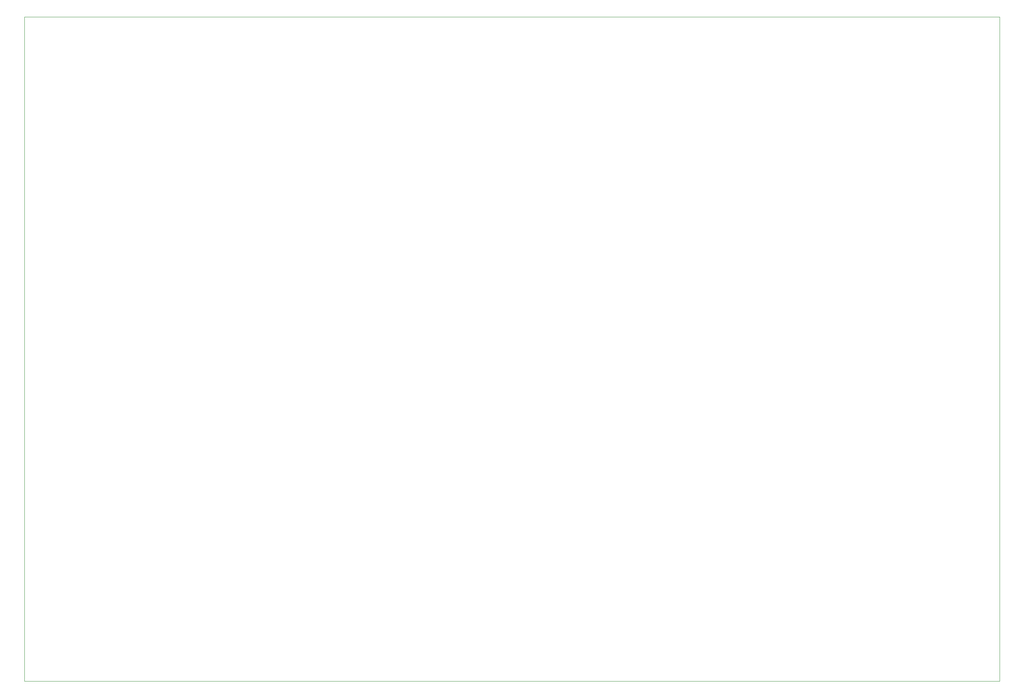
<source format=gbr>
%TF.GenerationSoftware,KiCad,Pcbnew,9.0.0*%
%TF.CreationDate,2025-05-15T12:51:00+02:00*%
%TF.ProjectId,board,626f6172-642e-46b6-9963-61645f706362,rev?*%
%TF.SameCoordinates,Original*%
%TF.FileFunction,Profile,NP*%
%FSLAX46Y46*%
G04 Gerber Fmt 4.6, Leading zero omitted, Abs format (unit mm)*
G04 Created by KiCad (PCBNEW 9.0.0) date 2025-05-15 12:51:00*
%MOMM*%
%LPD*%
G01*
G04 APERTURE LIST*
%TA.AperFunction,Profile*%
%ADD10C,0.050000*%
%TD*%
G04 APERTURE END LIST*
D10*
X0Y0D02*
X220000000Y0D01*
X220000000Y-150000000D01*
X0Y-150000000D01*
X0Y0D01*
M02*

</source>
